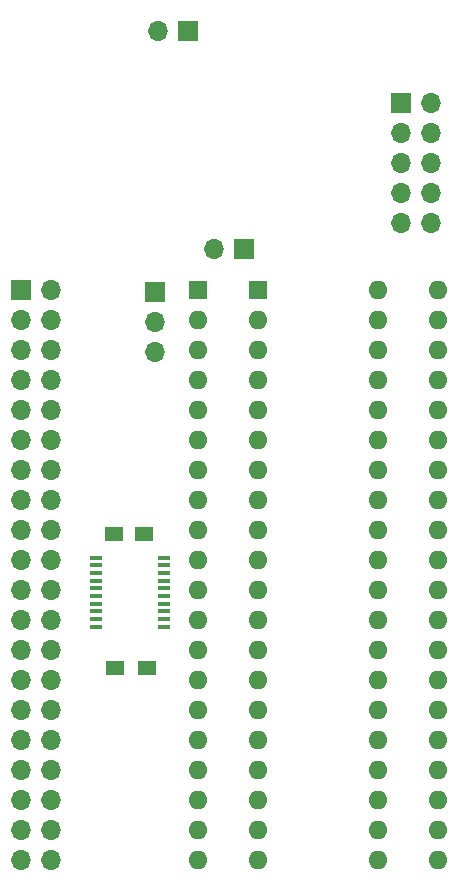
<source format=gbs>
G04 #@! TF.FileFunction,Soldermask,Bot*
%FSLAX46Y46*%
G04 Gerber Fmt 4.6, Leading zero omitted, Abs format (unit mm)*
G04 Created by KiCad (PCBNEW 4.0.6) date Saturday, October 28, 2017 'PMt' 04:50:48 PM*
%MOMM*%
%LPD*%
G01*
G04 APERTURE LIST*
%ADD10C,0.100000*%
%ADD11R,1.600000X1.600000*%
%ADD12O,1.600000X1.600000*%
%ADD13R,1.000000X0.400000*%
%ADD14R,1.500000X1.250000*%
%ADD15R,1.700000X1.700000*%
%ADD16O,1.700000X1.700000*%
%ADD17R,1.500000X1.300000*%
G04 APERTURE END LIST*
D10*
D11*
X166310000Y-78480000D03*
D12*
X181550000Y-126740000D03*
X166310000Y-81020000D03*
X181550000Y-124200000D03*
X166310000Y-83560000D03*
X181550000Y-121660000D03*
X166310000Y-86100000D03*
X181550000Y-119120000D03*
X166310000Y-88640000D03*
X181550000Y-116580000D03*
X166310000Y-91180000D03*
X181550000Y-114040000D03*
X166310000Y-93720000D03*
X181550000Y-111500000D03*
X166310000Y-96260000D03*
X181550000Y-108960000D03*
X166310000Y-98800000D03*
X181550000Y-106420000D03*
X166310000Y-101340000D03*
X181550000Y-103880000D03*
X166310000Y-103880000D03*
X181550000Y-101340000D03*
X166310000Y-106420000D03*
X181550000Y-98800000D03*
X166310000Y-108960000D03*
X181550000Y-96260000D03*
X166310000Y-111500000D03*
X181550000Y-93720000D03*
X166310000Y-114040000D03*
X181550000Y-91180000D03*
X166310000Y-116580000D03*
X181550000Y-88640000D03*
X166310000Y-119120000D03*
X181550000Y-86100000D03*
X166310000Y-121660000D03*
X181550000Y-83560000D03*
X166310000Y-124200000D03*
X181550000Y-81020000D03*
X166310000Y-126740000D03*
X181550000Y-78480000D03*
D11*
X161230000Y-78480000D03*
D12*
X176470000Y-126740000D03*
X161230000Y-81020000D03*
X176470000Y-124200000D03*
X161230000Y-83560000D03*
X176470000Y-121660000D03*
X161230000Y-86100000D03*
X176470000Y-119120000D03*
X161230000Y-88640000D03*
X176470000Y-116580000D03*
X161230000Y-91180000D03*
X176470000Y-114040000D03*
X161230000Y-93720000D03*
X176470000Y-111500000D03*
X161230000Y-96260000D03*
X176470000Y-108960000D03*
X161230000Y-98800000D03*
X176470000Y-106420000D03*
X161230000Y-101340000D03*
X176470000Y-103880000D03*
X161230000Y-103880000D03*
X176470000Y-101340000D03*
X161230000Y-106420000D03*
X176470000Y-98800000D03*
X161230000Y-108960000D03*
X176470000Y-96260000D03*
X161230000Y-111500000D03*
X176470000Y-93720000D03*
X161230000Y-114040000D03*
X176470000Y-91180000D03*
X161230000Y-116580000D03*
X176470000Y-88640000D03*
X161230000Y-119120000D03*
X176470000Y-86100000D03*
X161230000Y-121660000D03*
X176470000Y-83560000D03*
X161230000Y-124200000D03*
X176470000Y-81020000D03*
X161230000Y-126740000D03*
X176470000Y-78480000D03*
D13*
X152550000Y-107010000D03*
X152550000Y-106360000D03*
X152550000Y-105710000D03*
X152550000Y-105060000D03*
X152550000Y-104410000D03*
X152550000Y-103760000D03*
X152550000Y-103110000D03*
X152550000Y-102460000D03*
X152550000Y-101810000D03*
X152550000Y-101160000D03*
X158350000Y-101160000D03*
X158350000Y-101810000D03*
X158350000Y-102460000D03*
X158350000Y-103110000D03*
X158350000Y-103760000D03*
X158350000Y-104410000D03*
X158350000Y-105060000D03*
X158350000Y-105710000D03*
X158350000Y-106360000D03*
X158350000Y-107010000D03*
D14*
X154140000Y-99200000D03*
X156640000Y-99200000D03*
D15*
X157550000Y-78650000D03*
D16*
X157550000Y-81190000D03*
X157550000Y-83730000D03*
D15*
X178420000Y-62710000D03*
D16*
X180960000Y-62710000D03*
X178420000Y-65250000D03*
X180960000Y-65250000D03*
X178420000Y-67790000D03*
X180960000Y-67790000D03*
X178420000Y-70330000D03*
X180960000Y-70330000D03*
X178420000Y-72870000D03*
X180960000Y-72870000D03*
D15*
X146230000Y-78480000D03*
D16*
X148770000Y-78480000D03*
X146230000Y-81020000D03*
X148770000Y-81020000D03*
X146230000Y-83560000D03*
X148770000Y-83560000D03*
X146230000Y-86100000D03*
X148770000Y-86100000D03*
X146230000Y-88640000D03*
X148770000Y-88640000D03*
X146230000Y-91180000D03*
X148770000Y-91180000D03*
X146230000Y-93720000D03*
X148770000Y-93720000D03*
X146230000Y-96260000D03*
X148770000Y-96260000D03*
X146230000Y-98800000D03*
X148770000Y-98800000D03*
X146230000Y-101340000D03*
X148770000Y-101340000D03*
X146230000Y-103880000D03*
X148770000Y-103880000D03*
X146230000Y-106420000D03*
X148770000Y-106420000D03*
X146230000Y-108960000D03*
X148770000Y-108960000D03*
X146230000Y-111500000D03*
X148770000Y-111500000D03*
X146230000Y-114040000D03*
X148770000Y-114040000D03*
X146230000Y-116580000D03*
X148770000Y-116580000D03*
X146230000Y-119120000D03*
X148770000Y-119120000D03*
X146230000Y-121660000D03*
X148770000Y-121660000D03*
X146230000Y-124200000D03*
X148770000Y-124200000D03*
X146230000Y-126740000D03*
X148770000Y-126740000D03*
D15*
X165110000Y-75040000D03*
D16*
X162570000Y-75040000D03*
D15*
X160400000Y-56560000D03*
D16*
X157860000Y-56560000D03*
D17*
X154230000Y-110520000D03*
X156930000Y-110520000D03*
M02*

</source>
